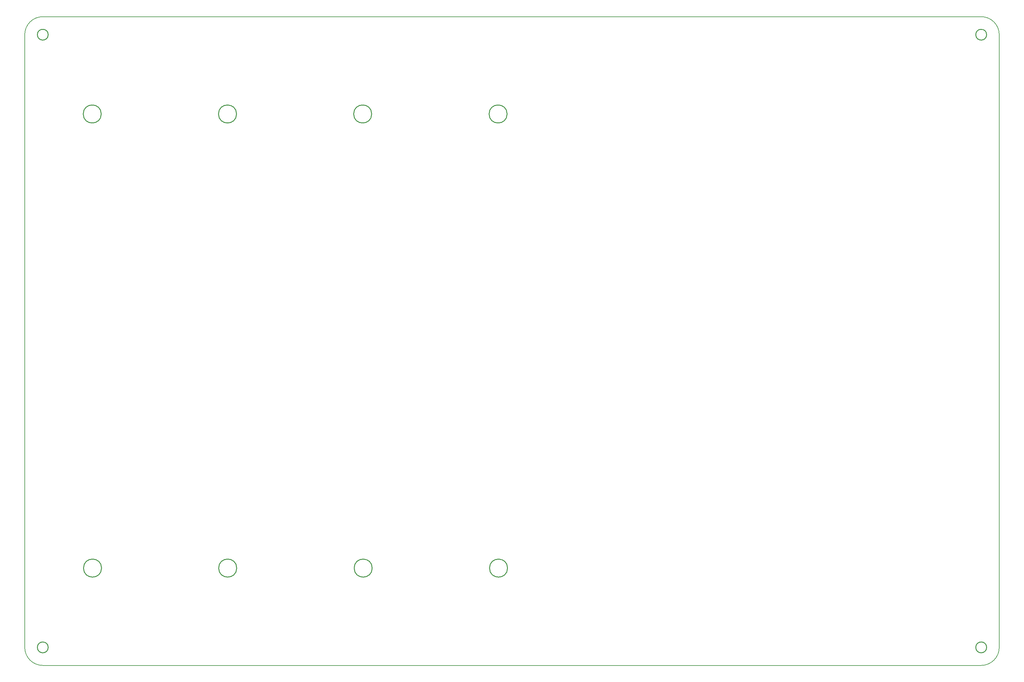
<source format=gbr>
%TF.GenerationSoftware,Altium Limited,Altium Designer,21.6.4 (81)*%
G04 Layer_Color=16711935*
%FSLAX43Y43*%
%MOMM*%
%TF.SameCoordinates,76D5CAF9-2094-4FD7-9A7B-915B2AFADFAF*%
%TF.FilePolarity,Positive*%
%TF.FileFunction,Keep-out,Top*%
%TF.Part,Single*%
G01*
G75*
%TA.AperFunction,NonConductor*%
%ADD114C,0.254*%
%ADD115C,0.200*%
D114*
X133650Y153000D02*
G03*
X133650Y153000I-2500J0D01*
G01*
X96130D02*
G03*
X96130Y153000I-2500J0D01*
G01*
X58680D02*
G03*
X58680Y153000I-2500J0D01*
G01*
X21200D02*
G03*
X21200Y153000I-2500J0D01*
G01*
X58730Y27000D02*
G03*
X58730Y27000I-2500J0D01*
G01*
X21280D02*
G03*
X21280Y27000I-2500J0D01*
G01*
X96270D02*
G03*
X96270Y27000I-2500J0D01*
G01*
X133770D02*
G03*
X133770Y27000I-2500J0D01*
G01*
X6500Y175000D02*
G03*
X6500Y175000I-1500J0D01*
G01*
Y5000D02*
G03*
X6500Y5000I-1500J0D01*
G01*
X266500D02*
G03*
X266500Y5000I-1500J0D01*
G01*
Y175000D02*
G03*
X266500Y175000I-1500J0D01*
G01*
D115*
X5000Y180000D02*
G03*
X0Y175000I0J-5000D01*
G01*
Y5000D02*
G03*
X5000Y0I5000J0D01*
G01*
X265000D02*
G03*
X270000Y5000I0J5000D01*
G01*
Y175000D02*
G03*
X265000Y180000I-5000J0D01*
G01*
X5000Y180000D02*
X265000Y180000D01*
X-0Y5000D02*
X-0Y175000D01*
X5000Y0D02*
X265000Y0D01*
X270000Y5000D02*
X270000Y175000D01*
%TF.MD5,dfe4f9625620a09cf5b71c2aa5e1a618*%
M02*

</source>
